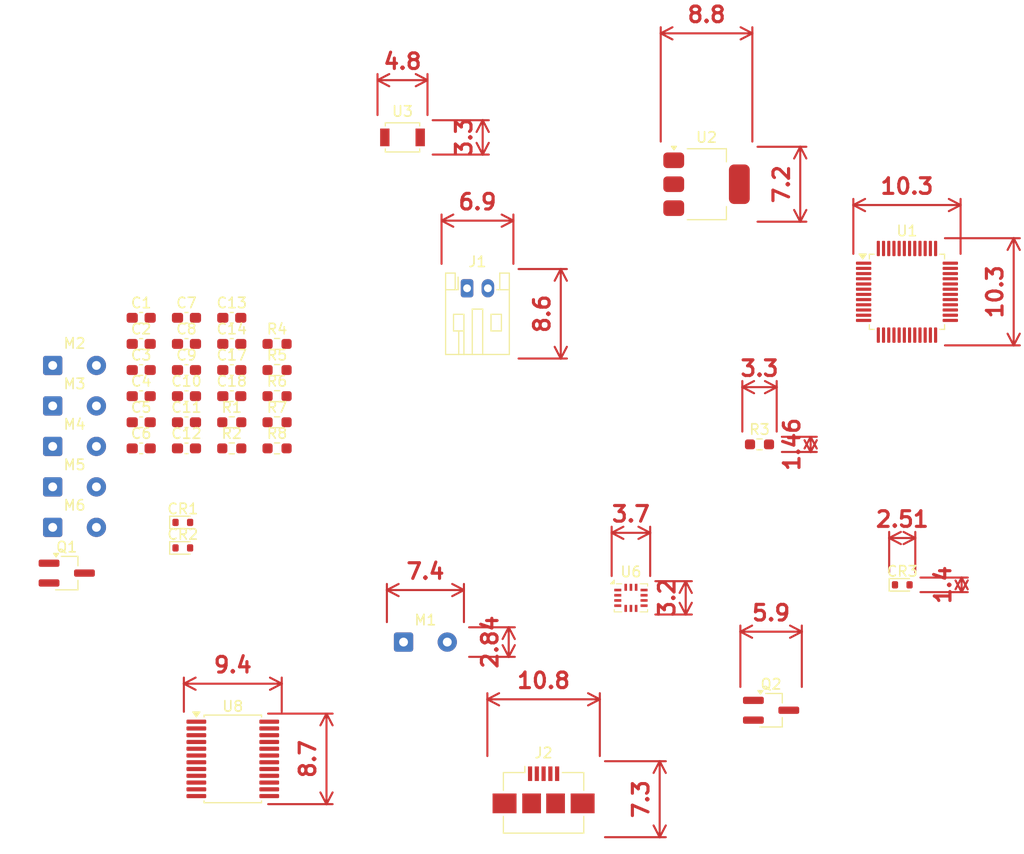
<source format=kicad_pcb>
(kicad_pcb (version 20241229) (generator "pcbnew") (generator_version "9.0")
  (layers (0 "F.Cu" signal) (2 "B.Cu" signal) (13 "F.Paste" user) (15 "B.Paste" user) (5 "F.SilkS" user "F.Silkscreen") (7 "B.SilkS" user "B.Silkscreen") (1 "F.Mask" user) (3 "B.Mask" user) (25 "Edge.Cuts" user))
  (net 0 "")
  (net 1 "Net-(M1-+)")
  (net 2 "Net-(M1--)")
  (net 3 "GND")
  (net 4 "+3.3V")
  (net 5 "Net-(M2--)")
  (net 6 "Net-(U1-~{RESET})")
  (net 7 "Net-(J2-VBUS)")
  (net 9 "Net-(J2-D-)")
  (net 10 "Net-(J2-D+)")
  (net 11 "Net-(Q1-G)")
  (net 12 "Net-(Q2-G)")
  (net 13 "Net-(U1-PA13)")
  (net 14 "Net-(U1-PA22)")
  (net 15 "Net-(U1-PA23)")
  (net 16 "Net-(U1-PA25)")
  (net 17 "Net-(U1-PA24)")
  (net 18 "Net-(U1-PA11)")
  (net 20 "Net-(U1-PA12)")
  (net 24 "Net-(U1-PA15)")
  (net 44 "Net-(U1-PA16)")
  (net 46 "Net-(U1-PA10)")
  (net 47 "Net-(U1-PA14)")
  (net 49 "Net-(M3-+)")
  (net 50 "Net-(M4-+)")
  (net 51 "Net-(M3--)")
  (net 52 "Net-(M4--)")
  (footprint "Resistor_SMD:R_0603_1608Metric_Pad0.98x0.95mm_HandSolder" (layer "F.Cu") (at 159.9025 69.875)
    (property "Reference" "R1" (at 0 -1.43 0) (layer "F.SilkS"))
    (property "Value" "10K")
    (fp_line (start -0.254724 -0.5225) (end 0.254724 -0.5225) (stroke (width 0.12)) (layer "F.SilkS"))
    (fp_line (start -0.254724 0.5225) (end 0.254724 0.5225) (stroke (width 0.12)) (layer "F.SilkS"))
    (pad "1" smd roundrect (at -0.9125 0) (size 0.975 0.95) (layers "F.Cu" "F.Mask" "F.Paste") (net 11 "Net-(Q1-G)"))
    (pad "2" smd roundrect (at 0.9125 0) (size 0.975 0.95) (layers "F.Cu" "F.Mask" "F.Paste") (net 3 "GND"))
  )
  (footprint "Package_TO_SOT_SMD:SOT-23W_Handsoldering" (layer "F.Cu") (at 144.0525 84.37)
    (property "Reference" "Q1" (at 0 -2.5 0) (layer "F.SilkS"))
    (property "Value" "IRLML2502TRPbF")
    (fp_line (start -1.075 1.61) (end 1.075 1.61) (stroke (width 0.12)) (layer "F.SilkS"))
    (fp_line (start -0.525 -1.61) (end 1.075 -1.61) (stroke (width 0.12)) (layer "F.SilkS"))
    (fp_line (start 1.075 -1.6) (end 1.075 -0.7) (stroke (width 0.12)) (layer "F.SilkS"))
    (fp_line (start 1.075 0.7) (end 1.075 1.61) (stroke (width 0.12)) (layer "F.SilkS"))
    (fp_poly (pts (xy -1.025 -1.56) (xy -1.265 -1.89) (xy -0.785 -1.89) (xy -1.025 -1.56)) (stroke (width 0.12)) (fill yes) (layer "F.SilkS"))
    (pad "1" smd roundrect (at -1.7 -0.95) (size 2 0.7) (layers "F.Cu" "F.Mask" "F.Paste") (net 2 "Net-(M1--)"))
    (pad "2" smd roundrect (at -1.7 0.95) (size 2 0.7) (layers "F.Cu" "F.Mask" "F.Paste") (net 11 "Net-(Q1-G)"))
    (pad "3" smd roundrect (at 1.7 0) (size 2 0.7) (layers "F.Cu" "F.Mask" "F.Paste") (net 3 "GND"))
  )
  (footprint "Diode_SMD:D_SOD-523" (layer "F.Cu") (at 155.2 81.95)
    (property "Reference" "CR2" (at 0 -1.3 0) (layer "F.SilkS"))
    (property "Value" "PMEG2010AEB")
    (fp_line (start -1.26 -0.6) (end -1.26 0.6) (stroke (width 0.12)) (layer "F.SilkS"))
    (fp_line (start 0.7 -0.6) (end -1.26 -0.6) (stroke (width 0.12)) (layer "F.SilkS"))
    (fp_line (start 0.7 0.6) (end -1.26 0.6) (stroke (width 0.12)) (layer "F.SilkS"))
    (pad "1" smd roundrect (at -0.7 0 180) (size 0.6 0.7) (layers "F.Cu" "F.Mask" "F.Paste") (net 1 "Net-(M1-+)"))
    (pad "2" smd roundrect (at 0.7 0 180) (size 0.6 0.7) (layers "F.Cu" "F.Mask" "F.Paste") (net 7 "Net-(J2-VBUS)"))
  )
  (footprint "Resistor_SMD:R_0603_1608Metric_Pad0.98x0.95mm_HandSolder" (layer "F.Cu") (at 164.2525 72.385)
    (property "Reference" "R8" (at 0 -1.43 0) (layer "F.SilkS"))
    (property "Value" "22")
    (fp_line (start -0.254724 -0.5225) (end 0.254724 -0.5225) (stroke (width 0.12)) (layer "F.SilkS"))
    (fp_line (start -0.254724 0.5225) (end 0.254724 0.5225) (stroke (width 0.12)) (layer "F.SilkS"))
    (pad "1" smd roundrect (at -0.9125 0) (size 0.975 0.95) (layers "F.Cu" "F.Mask" "F.Paste") (net 9 "Net-(J2-D-)"))
    (pad "2" smd roundrect (at 0.9125 0) (size 0.975 0.95) (layers "F.Cu" "F.Mask" "F.Paste") (net 17 "Net-(U1-PA24)"))
  )
  (footprint "Resistor_SMD:R_0603_1608Metric_Pad0.98x0.95mm_HandSolder" (layer "F.Cu") (at 164.2525 69.875)
    (property "Reference" "R7" (at 0 -1.43 0) (layer "F.SilkS"))
    (property "Value" "22")
    (fp_line (start -0.254724 -0.5225) (end 0.254724 -0.5225) (stroke (width 0.12)) (layer "F.SilkS"))
    (fp_line (start -0.254724 0.5225) (end 0.254724 0.5225) (stroke (width 0.12)) (layer "F.SilkS"))
    (pad "1" smd roundrect (at -0.9125 0) (size 0.975 0.95) (layers "F.Cu" "F.Mask" "F.Paste") (net 10 "Net-(J2-D+)"))
    (pad "2" smd roundrect (at 0.9125 0) (size 0.975 0.95) (layers "F.Cu" "F.Mask" "F.Paste") (net 16 "Net-(U1-PA25)"))
  )
  (footprint "Connector_Wire:SolderWire-0.25sqmm_1x02_P4.2mm_D0.65mm_OD1.7mm" (layer "F.Cu") (at 142.7025 68.305)
    (property "Reference" "M3" (at 2.1 -2.12 0) (layer "F.SilkS"))
    (property "Value" "Motor_DC")
    (pad "1" thru_hole roundrect (at 0 0) (size 1.85 1.85) (drill 0.85) (layers "*.Cu" "*.Mask") (roundrect_rratio 0.135135) (net 49 "Net-(M3-+)"))
    (pad "2" thru_hole circle (at 4.2 0) (size 1.85 1.85) (drill 0.85) (layers "*.Cu" "*.Mask") (net 51 "Net-(M3--)"))
  )
  (footprint "Package_SO:SSOP-24_5.3x8.2mm_P0.65mm" (layer "F.Cu") (at 160 102.225)
    (property "Reference" "U8" (at 0 -5.05 0) (layer "F.SilkS"))
    (property "Value" "TB6612FNG_C_8_EL")
    (fp_line (start -2.76 -4.21) (end 2.76 -4.21) (stroke (width 0.12)) (layer "F.SilkS"))
    (fp_line (start -2.76 -4.035) (end -2.76 -4.21) (stroke (width 0.12)) (layer "F.SilkS"))
    (fp_line (start -2.76 4.21) (end -2.76 4.035) (stroke (width 0.12)) (layer "F.SilkS"))
    (fp_line (start 2.76 -4.21) (end 2.76 -4.035) (stroke (width 0.12)) (layer "F.SilkS"))
    (fp_line (start 2.76 4.035) (end 2.76 4.21) (stroke (width 0.12)) (layer "F.SilkS"))
    (fp_line (start 2.76 4.21) (end -2.76 4.21) (stroke (width 0.12)) (layer "F.SilkS"))
    (fp_poly (pts (xy -3.5 -4.04) (xy -3.84 -4.51) (xy -3.16 -4.51)) (stroke (width 0.12)) (fill yes) (layer "F.SilkS"))
    (pad "1" smd roundrect (at -3.5 -3.575) (size 1.9 0.4) (layers "F.Cu" "F.Mask" "F.Paste") (net 49 "Net-(M3-+)"))
    (pad "2" smd roundrect (at -3.5 -2.925) (size 1.9 0.4) (layers "F.Cu" "F.Mask" "F.Paste") (net 49 "Net-(M3-+)"))
    (pad "3" smd roundrect (at -3.5 -2.275) (size 1.9 0.4) (layers "F.Cu" "F.Mask" "F.Paste") (net 3 "GND"))
    (pad "4" smd roundrect (at -3.5 -1.625) (size 1.9 0.4) (layers "F.Cu" "F.Mask" "F.Paste") (net 3 "GND"))
    (pad "5" smd roundrect (at -3.5 -0.975) (size 1.9 0.4) (layers "F.Cu" "F.Mask" "F.Paste") (net 51 "Net-(M3--)"))
    (pad "6" smd roundrect (at -3.5 -0.325) (size 1.9 0.4) (layers "F.Cu" "F.Mask" "F.Paste") (net 51 "Net-(M3--)"))
    (pad "7" smd roundrect (at -3.5 0.325) (size 1.9 0.4) (layers "F.Cu" "F.Mask" "F.Paste") (net 50 "Net-(M4-+)"))
    (pad "8" smd roundrect (at -3.5 0.975) (size 1.9 0.4) (layers "F.Cu" "F.Mask" "F.Paste") (net 50 "Net-(M4-+)"))
    (pad "9" smd roundrect (at -3.5 1.625) (size 1.9 0.4) (layers "F.Cu" "F.Mask" "F.Paste") (net 3 "GND"))
    (pad "10" smd roundrect (at -3.5 2.275) (size 1.9 0.4) (layers "F.Cu" "F.Mask" "F.Paste") (net 3 "GND"))
    (pad "11" smd roundrect (at -3.5 2.925) (size 1.9 0.4) (layers "F.Cu" "F.Mask" "F.Paste") (net 52 "Net-(M4--)"))
    (pad "12" smd roundrect (at -3.5 3.575) (size 1.9 0.4) (layers "F.Cu" "F.Mask" "F.Paste") (net 52 "Net-(M4--)"))
    (pad "13" smd roundrect (at 3.5 3.575) (size 1.9 0.4) (layers "F.Cu" "F.Mask" "F.Paste") (net 1 "Net-(M1-+)"))
    (pad "14" smd roundrect (at 3.5 2.925) (size 1.9 0.4) (layers "F.Cu" "F.Mask" "F.Paste") (net 1 "Net-(M1-+)"))
    (pad "15" smd roundrect (at 3.5 2.275) (size 1.9 0.4) (layers "F.Cu" "F.Mask" "F.Paste") (net 44 "Net-(U1-PA16)"))
    (pad "16" smd roundrect (at 3.5 1.625) (size 1.9 0.4) (layers "F.Cu" "F.Mask" "F.Paste") (net 24 "Net-(U1-PA15)"))
    (pad "17" smd roundrect (at 3.5 0.975) (size 1.9 0.4) (layers "F.Cu" "F.Mask" "F.Paste") (net 47 "Net-(U1-PA14)"))
    (pad "18" smd roundrect (at 3.5 0.325) (size 1.9 0.4) (layers "F.Cu" "F.Mask" "F.Paste") (net 3 "GND"))
    (pad "19" smd roundrect (at 3.5 -0.325) (size 1.9 0.4) (layers "F.Cu" "F.Mask" "F.Paste") (net 13 "Net-(U1-PA13)"))
    (pad "20" smd roundrect (at 3.5 -0.975) (size 1.9 0.4) (layers "F.Cu" "F.Mask" "F.Paste") (net 4 "+3.3V"))
    (pad "21" smd roundrect (at 3.5 -1.625) (size 1.9 0.4) (layers "F.Cu" "F.Mask" "F.Paste") (net 20 "Net-(U1-PA12)"))
    (pad "22" smd roundrect (at 3.5 -2.275) (size 1.9 0.4) (layers "F.Cu" "F.Mask" "F.Paste") (net 18 "Net-(U1-PA11)"))
    (pad "23" smd roundrect (at 3.5 -2.925) (size 1.9 0.4) (layers "F.Cu" "F.Mask" "F.Paste") (net 46 "Net-(U1-PA10)"))
    (pad "24" smd roundrect (at 3.5 -3.575) (size 1.9 0.4) (layers "F.Cu" "F.Mask" "F.Paste") (net 1 "Net-(M1-+)"))
  )
  (footprint "Capacitor_SMD:C_0603_1608Metric_Pad1.08x0.95mm_HandSolder" (layer "F.Cu") (at 151.2025 59.835)
    (property "Reference" "C1" (at 0 -1.43 0) (layer "F.SilkS"))
    (property "Value" "0.1 uF")
    (fp_line (start -0.146267 -0.51) (end 0.146267 -0.51) (stroke (width 0.12)) (layer "F.SilkS"))
    (fp_line (start -0.146267 0.51) (end 0.146267 0.51) (stroke (width 0.12)) (layer "F.SilkS"))
    (pad "1" smd roundrect (at -0.8625 0) (size 1.075 0.95) (layers "F.Cu" "F.Mask" "F.Paste") (net 2 "Net-(M1--)"))
    (pad "2" smd roundrect (at 0.8625 0) (size 1.075 0.95) (layers "F.Cu" "F.Mask" "F.Paste") (net 1 "Net-(M1-+)"))
  )
  (footprint "Capacitor_SMD:C_0603_1608Metric_Pad1.08x0.95mm_HandSolder" (layer "F.Cu") (at 155.5525 67.365)
    (property "Reference" "C10" (at 0 -1.43 0) (layer "F.SilkS"))
    (property "Value" "0.1 uF")
    (fp_line (start -0.146267 -0.51) (end 0.146267 -0.51) (stroke (width 0.12)) (layer "F.SilkS"))
    (fp_line (start -0.146267 0.51) (end 0.146267 0.51) (stroke (width 0.12)) (layer "F.SilkS"))
    (pad "1" smd roundrect (at -0.8625 0) (size 1.075 0.95) (layers "F.Cu" "F.Mask" "F.Paste") (net 4 "+3.3V"))
    (pad "2" smd roundrect (at 0.8625 0) (size 1.075 0.95) (layers "F.Cu" "F.Mask" "F.Paste") (net 3 "GND"))
  )
  (footprint "Resistor_SMD:R_0603_1608Metric_Pad0.98x0.95mm_HandSolder" (layer "F.Cu") (at 164.2525 67.365)
    (property "Reference" "R6" (at 0 -1.43 0) (layer "F.SilkS"))
    (property "Value" "4.7K")
    (fp_line (start -0.254724 -0.5225) (end 0.254724 -0.5225) (stroke (width 0.12)) (layer "F.SilkS"))
    (fp_line (start -0.254724 0.5225) (end 0.254724 0.5225) (stroke (width 0.12)) (layer "F.SilkS"))
    (pad "1" smd roundrect (at -0.9125 0) (size 0.975 0.95) (layers "F.Cu" "F.Mask" "F.Paste") (net 15 "Net-(U1-PA23)"))
    (pad "2" smd roundrect (at 0.9125 0) (size 0.975 0.95) (layers "F.Cu" "F.Mask" "F.Paste") (net 4 "+3.3V"))
  )
  (footprint "Capacitor_SMD:C_0603_1608Metric_Pad1.08x0.95mm_HandSolder" (layer "F.Cu") (at 159.9025 59.835)
    (property "Reference" "C13" (at 0 -1.43 0) (layer "F.SilkS"))
    (property "Value" "0.1 uF")
    (fp_line (start -0.146267 -0.51) (end 0.146267 -0.51) (stroke (width 0.12)) (layer "F.SilkS"))
    (fp_line (start -0.146267 0.51) (end 0.146267 0.51) (stroke (width 0.12)) (layer "F.SilkS"))
    (pad "1" smd roundrect (at -0.8625 0) (size 1.075 0.95) (layers "F.Cu" "F.Mask" "F.Paste") (net 6 "Net-(U1-~{RESET})"))
    (pad "2" smd roundrect (at 0.8625 0) (size 1.075 0.95) (layers "F.Cu" "F.Mask" "F.Paste") (net 3 "GND"))
  )
  (footprint "Connector_Wire:SolderWire-0.25sqmm_1x02_P4.2mm_D0.65mm_OD1.7mm" (layer "F.Cu") (at 142.7025 79.975)
    (property "Reference" "M6" (at 2.1 -2.12 0) (layer "F.SilkS"))
    (property "Value" "Motor_DC")
    (pad "1" thru_hole roundrect (at 0 0) (size 1.85 1.85) (drill 0.85) (layers "*.Cu" "*.Mask") (roundrect_rratio 0.135135) (net 50 "Net-(M4-+)"))
    (pad "2" thru_hole circle (at 4.2 0) (size 1.85 1.85) (drill 0.85) (layers "*.Cu" "*.Mask") (net 52 "Net-(M4--)"))
  )
  (footprint "Capacitor_SMD:C_0603_1608Metric_Pad1.08x0.95mm_HandSolder" (layer "F.Cu") (at 151.2025 62.345)
    (property "Reference" "C2" (at 0 -1.43 0) (layer "F.SilkS"))
    (property "Value" "1 uF")
    (fp_line (start -0.146267 -0.51) (end 0.146267 -0.51) (stroke (width 0.12)) (layer "F.SilkS"))
    (fp_line (start -0.146267 0.51) (end 0.146267 0.51) (stroke (width 0.12)) (layer "F.SilkS"))
    (pad "1" smd roundrect (at -0.8625 0) (size 1.075 0.95) (layers "F.Cu" "F.Mask" "F.Paste") (net 4 "+3.3V"))
    (pad "2" smd roundrect (at 0.8625 0) (size 1.075 0.95) (layers "F.Cu" "F.Mask" "F.Paste") (net 3 "GND"))
  )
  (footprint "Diode_SMD:D_SOD-523" (layer "F.Cu") (at 155.2 79.5)
    (property "Reference" "CR1" (at 0 -1.3 0) (layer "F.SilkS"))
    (property "Value" "PMEG2010AEB")
    (fp_line (start -1.26 -0.6) (end -1.26 0.6) (stroke (width 0.12)) (layer "F.SilkS"))
    (fp_line (start 0.7 -0.6) (end -1.26 -0.6) (stroke (width 0.12)) (layer "F.SilkS"))
    (fp_line (start 0.7 0.6) (end -1.26 0.6) (stroke (width 0.12)) (layer "F.SilkS"))
    (pad "1" smd roundrect (at -0.7 0 180) (size 0.6 0.7) (layers "F.Cu" "F.Mask" "F.Paste") (net 2 "Net-(M1--)"))
    (pad "2" smd roundrect (at 0.7 0 180) (size 0.6 0.7) (layers "F.Cu" "F.Mask" "F.Paste") (net 1 "Net-(M1-+)"))
  )
  (footprint "Capacitor_SMD:C_0603_1608Metric_Pad1.08x0.95mm_HandSolder" (layer "F.Cu") (at 151.2025 64.855)
    (property "Reference" "C3" (at 0 -1.43 0) (layer "F.SilkS"))
    (property "Value" "1 uF")
    (fp_line (start -0.146267 -0.51) (end 0.146267 -0.51) (stroke (width 0.12)) (layer "F.SilkS"))
    (fp_line (start -0.146267 0.51) (end 0.146267 0.51) (stroke (width 0.12)) (layer "F.SilkS"))
    (pad "1" smd roundrect (at -0.8625 0) (size 1.075 0.95) (layers "F.Cu" "F.Mask" "F.Paste") (net 4 "+3.3V"))
    (pad "2" smd roundrect (at 0.8625 0) (size 1.075 0.95) (layers "F.Cu" "F.Mask" "F.Paste") (net 3 "GND"))
  )
  (footprint "Connector_Wire:SolderWire-0.25sqmm_1x02_P4.2mm_D0.65mm_OD1.7mm" (layer "F.Cu") (at 142.7025 64.415)
    (property "Reference" "M2" (at 2.1 -2.12 0) (layer "F.SilkS"))
    (property "Value" "Motor_DC")
    (pad "1" thru_hole roundrect (at 0 0) (size 1.85 1.85) (drill 0.85) (layers "*.Cu" "*.Mask") (roundrect_rratio 0.135135) (net 1 "Net-(M1-+)"))
    (pad "2" thru_hole circle (at 4.2 0) (size 1.85 1.85) (drill 0.85) (layers "*.Cu" "*.Mask") (net 5 "Net-(M2--)"))
  )
  (footprint "Package_TO_SOT_SMD:SOT-23W_Handsoldering" (layer "F.Cu") (at 211.7 97.55)
    (property "Reference" "Q2" (at 0 -2.5 0) (layer "F.SilkS"))
    (property "Value" "IRLML2502TRPbF")
    (fp_line (start -1.075 1.61) (end 1.075 1.61) (stroke (width 0.12)) (layer "F.SilkS"))
    (fp_line (start -0.525 -1.61) (end 1.075 -1.61) (stroke (width 0.12)) (layer "F.SilkS"))
    (fp_line (start 1.075 -1.6) (end 1.075 -0.7) (stroke (width 0.12)) (layer "F.SilkS"))
    (fp_line (start 1.075 0.7) (end 1.075 1.61) (stroke (width 0.12)) (layer "F.SilkS"))
    (fp_poly (pts (xy -1.025 -1.56) (xy -1.265 -1.89) (xy -0.785 -1.89) (xy -1.025 -1.56)) (stroke (width 0.12)) (fill yes) (layer "F.SilkS"))
    (pad "1" smd roundrect (at -1.7 -0.95) (size 2 0.7) (layers "F.Cu" "F.Mask" "F.Paste") (net 5 "Net-(M2--)"))
    (pad "2" smd roundrect (at -1.7 0.95) (size 2 0.7) (layers "F.Cu" "F.Mask" "F.Paste") (net 12 "Net-(Q2-G)"))
    (pad "3" smd roundrect (at 1.7 0) (size 2 0.7) (layers "F.Cu" "F.Mask" "F.Paste") (net 3 "GND"))
  )
  (footprint "Capacitor_SMD:C_0603_1608Metric_Pad1.08x0.95mm_HandSolder" (layer "F.Cu") (at 151.2025 67.365)
    (property "Reference" "C4" (at 0 -1.43 0) (layer "F.SilkS"))
    (property "Value" "0.1 uF")
    (fp_line (start -0.146267 -0.51) (end 0.146267 -0.51) (stroke (width 0.12)) (layer "F.SilkS"))
    (fp_line (start -0.146267 0.51) (end 0.146267 0.51) (stroke (width 0.12)) (layer "F.SilkS"))
    (pad "1" smd roundrect (at -0.8625 0) (size 1.075 0.95) (layers "F.Cu" "F.Mask" "F.Paste") (net 4 "+3.3V"))
    (pad "2" smd roundrect (at 0.8625 0) (size 1.075 0.95) (layers "F.Cu" "F.Mask" "F.Paste") (net 3 "GND"))
  )
  (footprint "Button_Switch_SMD:SW_SPST_B3U-1000P" (layer "F.Cu") (at 176.3 42.5)
    (property "Reference" "U3" (at 0 -2.5 0) (layer "F.SilkS"))
    (property "Value" "B3U-1000P")
    (fp_line (start -1.65 -1.4) (end 1.65 -1.4) (stroke (width 0.12)) (layer "F.SilkS"))
    (fp_line (start -1.65 -1.1) (end -1.65 -1.4) (stroke (width 0.12)) (layer "F.SilkS"))
    (fp_line (start -1.65 1.1) (end -1.65 1.4) (stroke (width 0.12)) (layer "F.SilkS"))
    (fp_line (start -1.65 1.4) (end 1.65 1.4) (stroke (width 0.12)) (layer "F.SilkS"))
    (fp_line (start 1.65 -1.4) (end 1.65 -1.1) (stroke (width 0.12)) (layer "F.SilkS"))
    (fp_line (start 1.65 1.4) (end 1.65 1.1) (stroke (width 0.12)) (layer "F.SilkS"))
    (pad "1" smd rect (at -1.7 0) (size 0.9 1.7) (layers "F.Cu" "F.Mask" "F.Paste") (net 6 "Net-(U1-~{RESET})"))
    (pad "2" smd rect (at 1.7 0) (size 0.9 1.7) (layers "F.Cu" "F.Mask" "F.Paste") (net 3 "GND"))
  )
  (footprint "Package_QFP:TQFP-48_7x7mm_P0.5mm" (layer "F.Cu") (at 224.75 57.3375)
    (property "Reference" "U1" (at 0 -5.85 0) (layer "F.SilkS"))
    (property "Value" "ATSAMD21G18A-A")
    (fp_line (start -3.61 -3.61) (end -3.16 -3.61) (stroke (width 0.12)) (layer "F.SilkS"))
    (fp_line (start -3.61 -3.16) (end -3.61 -3.61) (stroke (width 0.12)) (layer "F.SilkS"))
    (fp_line (start -3.61 3.61) (end -3.61 3.16) (stroke (width 0.12)) (layer "F.SilkS"))
    (fp_line (start -3.16 3.61) (end -3.61 3.61) (stroke (width 0.12)) (layer "F.SilkS"))
    (fp_line (start 3.16 -3.61) (end 3.61 -3.61) (stroke (width 0.12)) (layer "F.SilkS"))
    (fp_line (start 3.61 -3.61) (end 3.61 -3.16) (stroke (width 0.12)) (layer "F.SilkS"))
    (fp_line (start 3.61 3.16) (end 3.61 3.61) (stroke (width 0.12)) (layer "F.SilkS"))
    (fp_line (start 3.61 3.61) (end 3.16 3.61) (stroke (width 0.12)) (layer "F.SilkS"))
    (fp_poly (pts (xy -4.25 -3.16) (xy -4.59 -3.63) (xy -3.91 -3.63)) (stroke (width 0.12)) (fill yes) (layer "F.SilkS"))
    (pad "1" smd roundrect (at -4.1625 -2.75) (size 1.475 0.3) (layers "F.Cu" "F.Mask" "F.Paste"))
    (pad "2" smd roundrect (at -4.1625 -2.25) (size 1.475 0.3) (layers "F.Cu" "F.Mask" "F.Paste"))
    (pad "3" smd roundrect (at -4.1625 -1.75) (size 1.475 0.3) (layers "F.Cu" "F.Mask" "F.Paste"))
    (pad "4" smd roundrect (at -4.1625 -1.25) (size 1.475 0.3) (layers "F.Cu" "F.Mask" "F.Paste"))
    (pad "5" smd roundrect (at -4.1625 -0.75) (size 1.475 0.3) (layers "F.Cu" "F.Mask" "F.Paste") (net 3 "GND"))
    (pad "6" smd roundrect (at -4.1625 -0.25) (size 1.475 0.3) (layers "F.Cu" "F.Mask" "F.Paste") (net 4 "+3.3V"))
    (pad "7" smd roundrect (at -4.1625 0.25) (size 1.475 0.3) (layers "F.Cu" "F.Mask" "F.Paste"))
    (pad "8" smd roundrect (at -4.1625 0.75) (size 1.475 0.3) (layers "F.Cu" "F.Mask" "F.Paste"))
    (pad "9" smd roundrect (at -4.1625 1.25) (size 1.475 0.3) (layers "F.Cu" "F.Mask" "F.Paste"))
    (pad "10" smd roundrect (at -4.1625 1.75) (size 1.475 0.3) (layers "F.Cu" "F.Mask" "F.Paste"))
    (pad "11" smd roundrect (at -4.1625 2.25) (size 1.475 0.3) (layers "F.Cu" "F.Mask" "F.Paste"))
    (pad "12" smd roundrect (at -4.1625 2.75) (size 1.475 0.3) (layers "F.Cu" "F.Mask" "F.Paste"))
    (pad "13" smd roundrect (at -2.75 4.1625) (size 0.3 1.475) (layers "F.Cu" "F.Mask" "F.Paste"))
    (pad "14" smd roundrect (at -2.25 4.1625) (size 0.3 1.475) (layers "F.Cu" "F.Mask" "F.Paste"))
    (pad "15" smd roundrect (at -1.75 4.1625) (size 0.3 1.475) (layers "F.Cu" "F.Mask" "F.Paste") (net 46 "Net-(U1-PA10)"))
    (pad "16" smd roundrect (at -1.25 4.1625) (size 0.3 1.475) (layers "F.Cu" "F.Mask" "F.Paste") (net 18 "Net-(U1-PA11)"))
    (pad "17" smd roundrect (at -0.75 4.1625) (size 0.3 1.475) (layers "F.Cu" "F.Mask" "F.Paste") (net 4 "+3.3V"))
    (pad "18" smd roundrect (at -0.25 4.1625) (size 0.3 1.475) (layers "F.Cu" "F.Mask" "F.Paste") (net 3 "GND"))
    (pad "19" smd roundrect (at 0.25 4.1625) (size 0.3 1.475) (layers "F.Cu" "F.Mask" "F.Paste"))
    (pad "20" smd roundrect (at 0.75 4.1625) (size 0.3 1.475) (layers "F.Cu" "F.Mask" "F.Paste"))
    (pad "21" smd roundrect (at 1.25 4.1625) (size 0.3 1.475) (layers "F.Cu" "F.Mask" "F.Paste") (net 20 "Net-(U1-PA12)"))
    (pad "22" smd roundrect (at 1.75 4.1625) (size 0.3 1.475) (layers "F.Cu" "F.Mask" "F.Paste") (net 13 "Net-(U1-PA13)"))
    (pad "23" smd roundrect (at 2.25 4.1625) (size 0.3 1.475) (layers "F.Cu" "F.Mask" "F.Paste") (net 47 "Net-(U1-PA14)"))
    (pad "24" smd roundrect (at 2.75 4.1625) (size 0.3 1.475) (layers "F.Cu" "F.Mask" "F.Paste") (net 24 "Net-(U1-PA15)"))
    (pad "25" smd roundrect (at 4.1625 2.75) (size 1.475 0.3) (layers "F.Cu" "F.Mask" "F.Paste") (net 44 "Net-(U1-PA16)"))
    (pad "26" smd roundrect (at 4.1625 2.25) (size 1.475 0.3) (layers "F.Cu" "F.Mask" "F.Paste"))
    (pad "27" smd roundrect (at 4.1625 1.75) (size 1.475 0.3) (layers "F.Cu" "F.Mask" "F.Paste"))
    (pad "28" smd roundrect (at 4.1625 1.25) (size 1.475 0.3) (layers "F.Cu" "F.Mask" "F.Paste"))
    (pad "29" smd roundrect (at 4.1625 0.75) (size 1.475 0.3) (layers "F.Cu" "F.Mask" "F.Paste"))
    (pad "30" smd roundrect (at 4.1625 0.25) (size 1.475 0.3) (layers "F.Cu" "F.Mask" "F.Paste"))
    (pad "31" smd roundrect (at 4.1625 -0.25) (size 1.475 0.3) (layers "F.Cu" "F.Mask" "F.Paste") (net 14 "Net-(U1-PA22)"))
    (pad "32" smd roundrect (at 4.1625 -0.75) (size 1.475 0.3) (layers "F.Cu" "F.Mask" "F.Paste") (net 15 "Net-(U1-PA23)"))
    (pad "33" smd roundrect (at 4.1625 -1.25) (size 1.475 0.3) (layers "F.Cu" "F.Mask" "F.Paste") (net 17 "Net-(U1-PA24)"))
    (pad "34" smd roundrect (at 4.1625 -1.75) (size 1.475 0.3) (layers "F.Cu" "F.Mask" "F.Paste") (net 16 "Net-(U1-PA25)"))
    (pad "35" smd roundrect (at 4.1625 -2.25) (size 1.475 0.3) (layers "F.Cu" "F.Mask" "F.Paste") (net 3 "GND"))
    (pad "36" smd roundrect (at 4.1625 -2.75) (size 1.475 0.3) (layers "F.Cu" "F.Mask" "F.Paste") (net 4 "+3.3V"))
    (pad "37" smd roundrect (at 2.75 -4.1625) (size 0.3 1.475) (layers "F.Cu" "F.Mask" "F.Paste"))
    (pad "38" smd roundrect (at 2.25 -4.1625) (size 0.3 1.475) (layers "F.Cu" "F.Mask" "F.Paste"))
    (pad "39" smd roundrect (at 1.75 -4.1625) (size 0.3 1.475) (layers "F.Cu" "F.Mask" "F.Paste"))
    (pad "40" smd roundrect (at 1.25 -4.1625) (size 0.3 1.475) (layers "F.Cu" "F.Mask" "F.Paste") (net 6 "Net-(U1-~{RESET})"))
    (pad "41" smd roundrect (at 0.75 -4.1625) (size 0.3 1.475) (layers "F.Cu" "F.Mask" "F.Paste"))
    (pad "42" smd roundrect (at 0.25 -4.1625) (size 0.3 1.475) (layers "F.Cu" "F.Mask" "F.Paste") (net 3 "GND"))
    (pad "43" smd roundrect (at -0.25 -4.1625) (size 0.3 1.475) (layers "F.Cu" "F.Mask" "F.Paste") (net 4 "+3.3V"))
    (pad "44" smd roundrect (at -0.75 -4.1625) (size 0.3 1.475) (layers "F.Cu" "F.Mask" "F.Paste") (net 4 "+3.3V"))
    (pad "45" smd roundrect (at -1.25 -4.1625) (size 0.3 1.475) (layers "F.Cu" "F.Mask" "F.Paste"))
    (pad "46" smd roundrect (at -1.75 -4.1625) (size 0.3 1.475) (layers "F.Cu" "F.Mask" "F.Paste"))
    (pad "47" smd roundrect (at -2.25 -4.1625) (size 0.3 1.475) (layers "F.Cu" "F.Mask" "F.Paste") (net 11 "Net-(Q1-G)"))
    (pad "48" smd roundrect (at -2.75 -4.1625) (size 0.3 1.475) (layers "F.Cu" "F.Mask" "F.Paste") (net 12 "Net-(Q2-G)"))
  )
  (footprint "Connector_Wire:SolderWire-0.25sqmm_1x02_P4.2mm_D0.65mm_OD1.7mm" (layer "F.Cu") (at 142.7025 72.195)
    (property "Reference" "M4" (at 2.1 -2.12 0) (layer "F.SilkS"))
    (property "Value" "Motor_DC")
    (pad "1" thru_hole roundrect (at 0 0) (size 1.85 1.85) (drill 0.85) (layers "*.Cu" "*.Mask") (roundrect_rratio 0.135135) (net 50 "Net-(M4-+)"))
    (pad "2" thru_hole circle (at 4.2 0) (size 1.85 1.85) (drill 0.85) (layers "*.Cu" "*.Mask") (net 52 "Net-(M4--)"))
  )
  (footprint "Resistor_SMD:R_0603_1608Metric_Pad0.98x0.95mm_HandSolder" (layer "F.Cu") (at 159.9025 72.385)
    (property "Reference" "R2" (at 0 -1.43 0) (layer "F.SilkS"))
    (property "Value" "10K")
    (fp_line (start -0.254724 -0.5225) (end 0.254724 -0.5225) (stroke (width 0.12)) (layer "F.SilkS"))
    (fp_line (start -0.254724 0.5225) (end 0.254724 0.5225) (stroke (width 0.12)) (layer "F.SilkS"))
    (pad "1" smd roundrect (at -0.9125 0) (size 0.975 0.95) (layers "F.Cu" "F.Mask" "F.Paste") (net 12 "Net-(Q2-G)"))
    (pad "2" smd roundrect (at 0.9125 0) (size 0.975 0.95) (layers "F.Cu" "F.Mask" "F.Paste") (net 3 "GND"))
  )
  (footprint "Capacitor_SMD:C_0603_1608Metric_Pad1.08x0.95mm_HandSolder" (layer "F.Cu") (at 155.5525 62.345)
    (property "Reference" "C8" (at 0 -1.43 0) (layer "F.SilkS"))
    (property "Value" "1 uF")
    (fp_line (start -0.146267 -0.51) (end 0.146267 -0.51) (stroke (width 0.12)) (layer "F.SilkS"))
    (fp_line (start -0.146267 0.51) (end 0.146267 0.51) (stroke (width 0.12)) (layer "F.SilkS"))
    (pad "1" smd roundrect (at -0.8625 0) (size 1.075 0.95) (layers "F.Cu" "F.Mask" "F.Paste") (net 4 "+3.3V"))
    (pad "2" smd roundrect (at 0.8625 0) (size 1.075 0.95) (layers "F.Cu" "F.Mask" "F.Paste") (net 3 "GND"))
  )
  (footprint "Diode_SMD:D_SOD-523" (layer "F.Cu") (at 224.3 85.5)
    (property "Reference" "CR3" (at 0 -1.3 0) (layer "F.SilkS"))
    (property "Value" "PMEG2010AEB")
    (fp_line (start -1.26 -0.6) (end -1.26 0.6) (stroke (width 0.12)) (layer "F.SilkS"))
    (fp_line (start 0.7 -0.6) (end -1.26 -0.6) (stroke (width 0.12)) (layer "F.SilkS"))
    (fp_line (start 0.7 0.6) (end -1.26 0.6) (stroke (width 0.12)) (layer "F.SilkS"))
    (pad "1" smd roundrect (at -0.7 0 180) (size 0.6 0.7) (layers "F.Cu" "F.Mask" "F.Paste") (net 5 "Net-(M2--)"))
    (pad "2" smd roundrect (at 0.7 0 180) (size 0.6 0.7) (layers "F.Cu" "F.Mask" "F.Paste") (net 1 "Net-(M1-+)"))
  )
  (footprint "Capacitor_SMD:C_0603_1608Metric_Pad1.08x0.95mm_HandSolder" (layer "F.Cu") (at 159.9025 67.365)
    (property "Reference" "C18" (at 0 -1.43 0) (layer "F.SilkS"))
    (property "Value" "0.1 uF")
    (fp_line (start -0.146267 -0.51) (end 0.146267 -0.51) (stroke (width 0.12)) (layer "F.SilkS"))
    (fp_line (start -0.146267 0.51) (end 0.146267 0.51) (stroke (width 0.12)) (layer "F.SilkS"))
    (pad "1" smd roundrect (at -0.8625 0) (size 1.075 0.95) (layers "F.Cu" "F.Mask" "F.Paste") (net 1 "Net-(M1-+)"))
    (pad "2" smd roundrect (at 0.8625 0) (size 1.075 0.95) (layers "F.Cu" "F.Mask" "F.Paste") (net 3 "GND"))
  )
  (footprint "Capacitor_SMD:C_0603_1608Metric_Pad1.08x0.95mm_HandSolder" (layer "F.Cu") (at 159.9025 64.855)
    (property "Reference" "C17" (at 0 -1.43 0) (layer "F.SilkS"))
    (property "Value" "0.1 uF")
    (fp_line (start -0.146267 -0.51) (end 0.146267 -0.51) (stroke (width 0.12)) (layer "F.SilkS"))
    (fp_line (start -0.146267 0.51) (end 0.146267 0.51) (stroke (width 0.12)) (layer "F.SilkS"))
    (pad "1" smd roundrect (at -0.8625 0) (size 1.075 0.95) (layers "F.Cu" "F.Mask" "F.Paste") (net 4 "+3.3V"))
    (pad "2" smd roundrect (at 0.8625 0) (size 1.075 0.95) (layers "F.Cu" "F.Mask" "F.Paste") (net 3 "GND"))
  )
  (footprint "Capacitor_SMD:C_0603_1608Metric_Pad1.08x0.95mm_HandSolder" (layer "F.Cu") (at 151.2025 69.875)
    (property "Reference" "C5" (at 0 -1.43 0) (layer "F.SilkS"))
    (property "Value" "0.1 uF")
    (fp_line (start -0.146267 -0.51) (end 0.146267 -0.51) (stroke (width 0.12)) (layer "F.SilkS"))
    (fp_line (start -0.146267 0.51) (end 0.146267 0.51) (stroke (width 0.12)) (layer "F.SilkS"))
    (pad "1" smd roundrect (at -0.8625 0) (size 1.075 0.95) (layers "F.Cu" "F.Mask" "F.Paste") (net 5 "Net-(M2--)"))
    (pad "2" smd roundrect (at 0.8625 0) (size 1.075 0.95) (layers "F.Cu" "F.Mask" "F.Paste") (net 1 "Net-(M1-+)"))
  )
  (footprint "Package_LGA:Bosch_LGA-14_3x2.5mm_P0.5mm" (layer "F.Cu") (at 198.2375 86.75)
    (property "Reference" "U6" (at 0 -2.5 0) (layer "F.SilkS"))
    (property "Value" "BMI323")
    (fp_line (start -1.6 1.35) (end -1.6 1.13) (stroke (width 0.1)) (layer "F.SilkS"))
    (fp_line (start -1.6 1.35) (end -0.88 1.35) (stroke (width 0.1)) (layer "F.SilkS"))
    (fp_line (start -1.4 -1.35) (end -0.88 -1.35) (stroke (width 0.1)) (layer "F.SilkS"))
    (fp_line (start 0.88 -1.35) (end 1.6 -1.35) (stroke (width 0.1)) (layer "F.SilkS"))
    (fp_line (start 1.6 -1.35) (end 1.6 -1.13) (stroke (width 0.1)) (layer "F.SilkS"))
    (fp_line (start 1.6 1.13) (end 1.6 1.35) (stroke (width 0.1)) (layer "F.SilkS"))
    (fp_line (start 1.6 1.35) (end 0.88 1.35) (stroke (width 0.1)) (layer "F.SilkS"))
    (fp_poly (pts (xy -1.6 -1.35) (xy -1.96 -1.35) (xy -1.6 -1.71) (xy -1.6 -1.35)) (stroke (width 0.1)) (fill yes) (layer "F.SilkS"))
    (pad "1" smd rect (at -1.2625 -0.75) (size 0.675 0.25) (layers "F.Cu" "F.Mask" "F.Paste") (net 3 "GND"))
    (pad "2" smd rect (at -1.2625 -0.25) (size 0.675 0.25) (layers "F.Cu" "F.Mask" "F.Paste"))
    (pad "3" smd rect (at -1.2625 0.25) (size 0.675 0.25) (layers "F.Cu" "F.Mask" "F.Paste"))
    (pad "4" smd rect (at -1.2625 0.75) (size 0.675 0.25) (layers "F.Cu" "F.Mask" "F.Paste"))
    (pad "5" smd rect (at -0.5 1.0125) (size 0.25 0.675) (layers "F.Cu" "F.Mask" "F.Paste") (net 4 "+3.3V"))
    (pad "6" smd rect (at 0 1.0125) (size 0.25 0.675) (layers "F.Cu" "F.Mask" "F.Paste") (net 3 "GND"))
    (pad "7" smd rect (at 0.5 1.0125) (size 0.25 0.675) (layers "F.Cu" "F.Mask" "F.Paste") (net 3 "GND"))
    (pad "8" smd rect (at 1.2625 0.75) (size 0.675 0.25) (layers "F.Cu" "F.Mask" "F.Paste") (net 4 "+3.3V"))
    (pad "9" smd rect (at 1.2625 0.25) (size 0.675 0.25) (layers "F.Cu" "F.Mask" "F.Paste"))
    (pad "10" smd rect (at 1.2625 -0.25) (size 0.675 0.25) (layers "F.Cu" "F.Mask" "F.Paste"))
    (pad "11" smd rect (at 1.2625 -0.75) (size 0.675 0.25) (layers "F.Cu" "F.Mask" "F.Paste"))
    (pad "12" smd rect (at 0.5 -1.0125) (size 0.25 0.675) (layers "F.Cu" "F.Mask" "F.Paste") (net 4 "+3.3V"))
    (pad "13" smd rect (at 0 -1.0125) (size 0.25 0.675) (layers "F.Cu" "F.Mask" "F.Paste") (net 15 "Net-(U1-PA23)"))
    (pad "14" smd rect (at -0.5 -1.0125) (size 0.25 0.675) (layers "F.Cu" "F.Mask" "F.Paste") (net 14 "Net-(U1-PA22)"))
  )
  (footprint "Resistor_SMD:R_0603_1608Metric_Pad0.98x0.95mm_HandSolder" (layer "F.Cu") (at 164.2525 62.345)
    (property "Reference" "R4" (at 0 -1.43 0) (layer "F.SilkS"))
    (property "Value" "10K")
    (fp_line (start -0.254724 -0.5225) (end 0.254724 -0.5225) (stroke (width 0.12)) (layer "F.SilkS"))
    (fp_line (start -0.254724 0.5225) (end 0.254724 0.5225) (stroke (width 0.12)) (layer "F.SilkS"))
    (pad "1" smd roundrect (at -0.9125 0) (size 0.975 0.95) (layers "F.Cu" "F.Mask" "F.Paste") (net 4 "+3.3V"))
    (pad "2" smd roundrect (at 0.9125 0) (size 0.975 0.95) (layers "F.Cu" "F.Mask" "F.Paste") (net 13 "Net-(U1-PA13)"))
  )
  (footprint "Capacitor_SMD:C_0603_1608Metric_Pad1.08x0.95mm_HandSolder" (layer "F.Cu") (at 151.2025 72.385)
    (property "Reference" "C6" (at 0 -1.43 0) (layer "F.SilkS"))
    (property "Value" "10 uF")
    (fp_line (start -0.146267 -0.51) (end 0.146267 -0.51) (stroke (width 0.12)) (layer "F.SilkS"))
    (fp_line (start -0.146267 0.51) (end 0.146267 0.51) (stroke (width 0.12)) (layer "F.SilkS"))
    (pad "1" smd roundrect (at -0.8625 0) (size 1.075 0.95) (layers "F.Cu" "F.Mask" "F.Paste") (net 4 "+3.3V"))
    (pad "2" smd roundrect (at 0.8625 0) (size 1.075 0.95) (layers "F.Cu" "F.Mask" "F.Paste") (net 3 "GND"))
  )
  (footprint "Capacitor_SMD:C_0603_1608Metric_Pad1.08x0.95mm_HandSolder" (layer "F.Cu") (at 159.9025 62.345)
    (property "Reference" "C14" (at 0 -1.43 0) (layer "F.SilkS"))
    (property "Value" "0.1 uF")
    (fp_line (start -0.146267 -0.51) (end 0.146267 -0.51) (stroke (width 0.12)) (layer "F.SilkS"))
    (fp_line (start -0.146267 0.51) (end 0.146267 0.51) (stroke (width 0.12)) (layer "F.SilkS"))
    (pad "1" smd roundrect (at -0.8625 0) (size 1.075 0.95) (layers "F.Cu" "F.Mask" "F.Paste") (net 4 "+3.3V"))
    (pad "2" smd roundrect (at 0.8625 0) (size 1.075 0.95) (layers "F.Cu" "F.Mask" "F.Paste") (net 3 "GND"))
  )
  (footprint "Capacitor_SMD:C_0603_1608Metric_Pad1.08x0.95mm_HandSolder" (layer "F.Cu") (at 155.5525 64.855)
    (property "Reference" "C9" (at 0 -1.43 0) (layer "F.SilkS"))
    (property "Value" "0.1 uF")
    (fp_line (start -0.146267 -0.51) (end 0.146267 -0.51) (stroke (width 0.12)) (layer "F.SilkS"))
    (fp_line (start -0.146267 0.51) (end 0.146267 0.51) (stroke (width 0.12)) (layer "F.SilkS"))
    (pad "1" smd roundrect (at -0.8625 0) (size 1.075 0.95) (layers "F.Cu" "F.Mask" "F.Paste") (net 3 "GND"))
    (pad "2" smd roundrect (at 0.8625 0) (size 1.075 0.95) (layers "F.Cu" "F.Mask" "F.Paste") (net 4 "+3.3V"))
  )
  (footprint "Resistor_SMD:R_0603_1608Metric_Pad0.98x0.95mm_HandSolder" (layer "F.Cu") (at 164.2525 64.855)
    (property "Reference" "R5" (at 0 -1.43 0) (layer "F.SilkS"))
    (property "Value" "4.7K")
    (fp_line (start -0.254724 -0.5225) (end 0.254724 -0.5225) (stroke (width 0.12)) (layer "F.SilkS"))
    (fp_line (start -0.254724 0.5225) (end 0.254724 0.5225) (stroke (width 0.12)) (layer "F.SilkS"))
    (pad "1" smd roundrect (at -0.9125 0) (size 0.975 0.95) (layers "F.Cu" "F.Mask" "F.Paste") (net 4 "+3.3V"))
    (pad "2" smd roundrect (at 0.9125 0) (size 0.975 0.95) (layers "F.Cu" "F.Mask" "F.Paste") (net 14 "Net-(U1-PA22)"))
  )
  (footprint "Package_TO_SOT_SMD:SOT-223-3_TabPin2" (layer "F.Cu") (at 205.5 47)
    (property "Reference" "U2" (at 0 -4.5 0) (layer "F.SilkS"))
    (property "Value" "LM2940HS-3.3")
    (fp_line (start -1.85 -3.41) (end 1.91 -3.41) (stroke (width 0.12)) (layer "F.SilkS"))
    (fp_line (start -1.85 3.41) (end 1.91 3.41) (stroke (width 0.12)) (layer "F.SilkS"))
    (fp_line (start 1.91 -3.41) (end 1.91 -2.15) (stroke (width 0.12)) (layer "F.SilkS"))
    (fp_line (start 1.91 3.41) (end 1.91 2.15) (stroke (width 0.12)) (layer "F.SilkS"))
    (fp_poly (pts (xy -3.13 -3.31) (xy -3.37 -3.64) (xy -2.89 -3.64) (xy -3.13 -3.31)) (stroke (width 0.12)) (fill yes) (layer "F.SilkS"))
    (pad "1" smd roundrect (at -3.15 -2.3) (size 2 1.5) (layers "F.Cu" "F.Mask" "F.Paste") (net 3 "GND"))
    (pad "2" smd roundrect (at -3.15 0) (size 2 1.5) (layers "F.Cu" "F.Mask" "F.Paste") (net 4 "+3.3V"))
    (pad "2" smd roundrect (at 3.15 0) (size 2 3.8) (layers "F.Cu" "F.Mask" "F.Paste") (net 4 "+3.3V"))
    (pad "3" smd roundrect (at -3.15 2.3) (size 2 1.5) (layers "F.Cu" "F.Mask" "F.Paste") (net 1 "Net-(M1-+)"))
  )
  (footprint "Resistor_SMD:R_0603_1608Metric_Pad0.98x0.95mm_HandSolder" (layer "F.Cu") (at 210.5875 72)
    (property "Reference" "R3" (at 0 -1.43 0) (layer "F.SilkS"))
    (property "Value" "10K")
    (fp_line (start -0.254724 -0.5225) (end 0.254724 -0.5225) (stroke (width 0.12)) (layer "F.SilkS"))
    (fp_line (start -0.254724 0.5225) (end 0.254724 0.5225) (stroke (width 0.12)) (layer "F.SilkS"))
    (pad "1" smd roundrect (at -0.9125 0) (size 0.975 0.95) (layers "F.Cu" "F.Mask" "F.Paste") (net 4 "+3.3V"))
    (pad "2" smd roundrect (at 0.9125 0) (size 0.975 0.95) (layers "F.Cu" "F.Mask" "F.Paste") (net 6 "Net-(U1-~{RESET})"))
  )
  (footprint "Capacitor_SMD:C_0603_1608Metric_Pad1.08x0.95mm_HandSolder" (layer "F.Cu") (at 155.5525 59.835)
    (property "Reference" "C7" (at 0 -1.43 0) (layer "F.SilkS"))
    (property "Value" "100 uF")
    (fp_line (start -0.146267 -0.51) (end 0.146267 -0.51) (stroke (width 0.12)) (layer "F.SilkS"))
    (fp_line (start -0.146267 0.51) (end 0.146267 0.51) (stroke (width 0.12)) (layer "F.SilkS"))
    (pad "1" smd roundrect (at -0.8625 0) (size 1.075 0.95) (layers "F.Cu" "F.Mask" "F.Paste") (net 1 "Net-(M1-+)"))
    (pad "2" smd roundrect (at 0.8625 0) (size 1.075 0.95) (layers "F.Cu" "F.Mask" "F.Paste") (net 3 "GND"))
  )
  (footprint "Connector_JST:JST_PH_S2B-PH-K_1x02_P2.00mm_Horizontal" (layer "F.Cu") (at 182.5 57)
    (property "Reference" "J1" (at 1 -2.55 0) (layer "F.SilkS"))
    (property "Value" "S2B-PH-K-SLFSN")
    (fp_line (start -2.06 -1.46) (end -2.06 6.36) (stroke (width 0.12)) (layer "F.SilkS"))
    (fp_line (start -2.06 0.14) (end -1.14 0.14) (stroke (width 0.12)) (layer "F.SilkS"))
    (fp_line (start -2.06 6.36) (end 4.06 6.36) (stroke (width 0.12)) (layer "F.SilkS"))
    (fp_line (start -1.3 2.5) (end -1.3 4.1) (stroke (width 0.12)) (layer "F.SilkS"))
    (fp_line (start -1.3 4.1) (end -0.3 4.1) (stroke (width 0.12)) (layer "F.SilkS"))
    (fp_line (start -1.14 -1.46) (end -2.06 -1.46) (stroke (width 0.12)) (layer "F.SilkS"))
    (fp_line (start -1.14 0.14) (end -1.14 -1.46) (stroke (width 0.12)) (layer "F.SilkS"))
    (fp_line (start -0.86 0.14) (end -1.14 0.14) (stroke (width 0.12)) (layer "F.SilkS"))
    (fp_line (start -0.86 0.14) (end -0.86 -1.075) (stroke (width 0.12)) (layer "F.SilkS"))
    (fp_line (start -0.8 4.1) (end -0.8 6.36) (stroke (width 0.12)) (layer "F.SilkS"))
    (fp_line (start -0.3 2.5) (end -1.3 2.5) (stroke (width 0.12)) (layer "F.SilkS"))
    (fp_line (start -0.3 4.1) (end -0.3 2.5) (stroke (width 0.12)) (layer "F.SilkS"))
    (fp_line (start -0.3 4.1) (end -0.3 6.36) (stroke (width 0.12)) (layer "F.SilkS"))
    (fp_line (start 0.5 2) (end 1.5 2) (stroke (width 0.12)) (layer "F.SilkS"))
    (fp_line (start 0.5 6.36) (end 0.5 2) (stroke (width 0.12)) (layer "F.SilkS"))
    (fp_line (start 1.5 2) (end 1.5 6.36) (stroke (width 0.12)) (layer "F.SilkS"))
    (fp_line (start 2.3 2.5) (end 3.3 2.5) (stroke (width 0.12)) (layer "F.SilkS"))
    (fp_line (start 2.3 4.1) (end 2.3 2.5) (stroke (width 0.12)) (layer "F.SilkS"))
    (fp_line (start 3.14 -1.46) (end 3.14 0.14) (stroke (width 0.12)) (layer "F.SilkS"))
    (fp_line (start 3.14 0.14) (end 2.86 0.14) (stroke (width 0.12)) (layer "F.SilkS"))
    (fp_line (start 3.3 2.5) (end 3.3 4.1) (stroke (width 0.12)) (layer "F.SilkS"))
    (fp_line (start 3.3 4.1) (end 2.3 4.1) (stroke (width 0.12)) (layer "F.SilkS"))
    (fp_line (start 4.06 -1.46) (end 3.14 -1.46) (stroke (width 0.12)) (layer "F.SilkS"))
    (fp_line (start 4.06 0.14) (end 3.14 0.14) (stroke (width 0.12)) (layer "F.SilkS"))
    (fp_line (start 4.06 6.36) (end 4.06 -1.46) (stroke (width 0.12)) (layer "F.SilkS"))
    (pad "1" thru_hole roundrect (at 0 0) (size 1.2 1.75) (drill 0.75) (layers "*.Cu" "*.Mask") (roundrect_rratio 0.208333) (net 1 "Net-(M1-+)"))
    (pad "2" thru_hole oval (at 2 0) (size 1.2 1.75) (drill 0.75) (layers "*.Cu" "*.Mask") (net 3 "GND"))
  )
  (footprint "Capacitor_SMD:C_0603_1608Metric_Pad1.08x0.95mm_HandSolder" (layer "F.Cu") (at 155.5525 72.385)
    (property "Reference" "C12" (at 0 -1.43 0) (layer "F.SilkS"))
    (property "Value" "22 uF")
    (fp_line (start -0.146267 -0.51) (end 0.146267 -0.51) (stroke (width 0.12)) (layer "F.SilkS"))
    (fp_line (start -0.146267 0.51) (end 0.146267 0.51) (stroke (width 0.12)) (layer "F.SilkS"))
    (pad "1" smd roundrect (at -0.8625 0) (size 1.075 0.95) (layers "F.Cu" "F.Mask" "F.Paste") (net 3 "GND"))
    (pad "2" smd roundrect (at 0.8625 0) (size 1.075 0.95) (layers "F.Cu" "F.Mask" "F.Paste") (net 4 "+3.3V"))
  )
  (footprint "Connector_Wire:SolderWire-0.25sqmm_1x02_P4.2mm_D0.65mm_OD1.7mm" (layer "F.Cu") (at 176.4 91)
    (property "Reference" "M1" (at 2.1 -2.12 0) (layer "F.SilkS"))
    (property "Value" "Motor_DC")
    (pad "1" thru_hole roundrect (at 0 0) (size 1.85 1.85) (drill 0.85) (layers "*.Cu" "*.Mask") (roundrect_rratio 0.135135) (net 1 "Net-(M1-+)"))
    (pad "2" thru_hole circle (at 4.2 0) (size 1.85 1.85) (drill 0.85) (layers "*.Cu" "*.Mask") (net 2 "Net-(M1--)"))
  )
  (footprint "Connector_USB:USB_Micro-B_Amphenol_10104110_Horizontal" (layer "F.Cu") (at 189.85 105.2)
    (property "Reference" "J2" (at 0 -3.55 0) (layer "F.SilkS"))
    (property "Value" "10104110-0001LF")
    (fp_line (start -3.86 -1.66) (end -1.8 -1.66) (stroke (width 0.12)) (layer "F.SilkS"))
    (fp_line (start -3.86 0.05) (end -3.86 -1.66) (stroke (width 0.12)) (layer "F.SilkS"))
    (fp_line (start -3.86 4.16) (end -3.86 2.55) (stroke (width 0.12)) (layer "F.SilkS"))
    (fp_line (start -3.86 4.16) (end 3.86 4.16) (stroke (width 0.12)) (layer "F.SilkS"))
    (fp_line (start -1.8 -1.66) (end -1.8 -2.25) (stroke (width 0.12)) (layer "F.SilkS"))
    (fp_line (start 3.86 -1.66) (end 1.8 -1.66) (stroke (width 0.12)) (layer "F.SilkS"))
    (fp_line (start 3.86 0.05) (end 3.86 -1.66) (stroke (width 0.12)) (layer "F.SilkS"))
    (fp_line (start 3.86 4.16) (end 3.86 2.55) (stroke (width 0.12)) (layer "F.SilkS"))
    (pad "1" smd rect (at -1.3 -1.55) (size 0.4 1.4) (layers "F.Cu" "F.Mask" "F.Paste") (net 7 "Net-(J2-VBUS)"))
    (pad "2" smd rect (at -0.65 -1.55) (size 0.4 1.4) (layers "F.Cu" "F.Mask" "F.Paste") (net 9 "Net-(J2-D-)"))
    (pad "3" smd rect (at 0 -1.55) (size 0.4 1.4) (layers "F.Cu" "F.Mask" "F.Paste") (net 10 "Net-(J2-D+)"))
    (pad "4" smd rect (at 0.65 -1.55) (size 0.4 1.4) (layers "F.Cu" "F.Mask" "F.Paste"))
    (pad "5" smd rect (at 1.3 -1.55) (size 0.4 1.4) (layers "F.Cu" "F.Mask" "F.Paste") (net 3 "GND"))
    (pad "6" smd rect (at -3.75 1.3) (size 2.3 1.9) (layers "F.Cu" "F.Mask" "F.Paste") (net 3 "GND"))
    (pad "6" smd rect (at -1.15 1.3) (size 1.8 1.9) (layers "F.Cu" "F.Mask" "F.Paste") (net 3 "GND"))
    (pad "6" smd rect (at 1.15 1.3) (size 1.8 1.9) (layers "F.Cu" "F.Mask" "F.Paste") (net 3 "GND"))
    (pad "6" smd rect (at 3.75 1.3) (size 2.3 1.9) (layers "F.Cu" "F.Mask" "F.Paste") (net 3 "GND"))
  )
  (footprint "Connector_Wire:SolderWire-0.25sqmm_1x02_P4.2mm_D0.65mm_OD1.7mm" (layer "F.Cu") (at 142.7025 76.085)
    (property "Reference" "M5" (at 2.1 -2.12 0) (layer "F.SilkS"))
    (property "Value" "Motor_DC")
    (pad "1" thru_hole roundrect (at 0 0) (size 1.85 1.85) (drill 0.85) (layers "*.Cu" "*.Mask") (roundrect_rratio 0.135135) (net 49 "Net-(M3-+)"))
    (pad "2" thru_hole circle (at 4.2 0) (size 1.85 1.85) (drill 0.85) (layers "*.Cu" "*.Mask") (net 51 "Net-(M3--)"))
  )
  (footprint "Capacitor_SMD:C_0603_1608Metric_Pad1.08x0.95mm_HandSolder" (layer "F.Cu") (at 155.5525 69.875)
    (property "Reference" "C11" (at 0 -1.43 0) (layer "F.SilkS"))
    (property "Value" "10 uF")
    (fp_line (start -0.146267 -0.51) (end 0.146267 -0.51) (stroke (width 0.12)) (layer "F.SilkS"))
    (fp_line (start -0.146267 0.51) (end 0.146267 0.51) (stroke (width 0.12)) (layer "F.SilkS"))
    (pad "1" smd roundrect (at -0.8625 0) (size 1.075 0.95) (layers "F.Cu" "F.Mask" "F.Paste") (net 3 "GND"))
    (pad "2" smd roundrect (at 0.8625 0) (size 1.075 0.95) (layers "F.Cu" "F.Mask" "F.Paste") (net 1 "Net-(M1-+)"))
  )
  (dimension (type orthogonal) (layer "F.Cu") (pts (xy 182.2 89.58) (xy 182.2 92.42)) (height 4.3) (orientation 1) (format (prefix "") (suffix "") (units 3) (units_format 0) (precision 4) (suppress_zeroes yes)) (style (thickness 0.2) (arrow_length 1.27) (text_position_mode 0) (arrow_direction outward) (extension_height 0.58642) (extension_offset 0.5) (keep_text_aligned yes)) (gr_text "2.84" (at 184.7 91 90) (layer "F.Cu") (effects (font (size 1.5 1.5) (thickness 0.3)))))
  (dimension (type orthogonal) (layer "F.Cu") (pts (xy 155.3 98.195) (xy 164.7 98.195)) (height -3.195) (orientation 0) (format (prefix "") (suffix "") (units 3) (units_format 0) (precision 4) (suppress_zeroes yes)) (style (thickness 0.2) (arrow_length 1.27) (text_position_mode 0) (arrow_direction outward) (extension_height 0.58642) (extension_offset 0.5) (keep_text_aligned yes)) (gr_text "9.4" (at 160 93.2 0) (layer "F.Cu") (effects (font (size 1.5 1.5) (thickness 0.3)))))
  (dimension (type orthogonal) (layer "F.Cu") (pts (xy 178.7 40.85) (xy 178.7 44.15)) (height 5.3) (orientation 1) (format (prefix "") (suffix "") (units 3) (units_format 0) (precision 4) (suppress_zeroes yes)) (style (thickness 0.2) (arrow_length 1.27) (text_position_mode 0) (arrow_direction outward) (extension_height 0.58642) (extension_offset 0.5) (keep_text_aligned yes)) (gr_text "3.3" (at 182.2 42.5 90) (layer "F.Cu") (effects (font (size 1.5 1.5) (thickness 0.3)))))
  (dimension (type orthogonal) (layer "F.Cu") (pts (xy 173.9 40.85) (xy 178.7 40.85)) (height -3.85) (orientation 0) (format (prefix "") (suffix "") (units 3) (units_format 0) (precision 4) (suppress_zeroes yes)) (style (thickness 0.2) (arrow_length 1.27) (text_position_mode 0) (arrow_direction outward) (extension_height 0.58642) (extension_offset 0.5) (keep_text_aligned yes)) (gr_text "4.8" (at 176.3 35.2 0) (layer "F.Cu") (effects (font (size 1.5 1.5) (thickness 0.3)))))
  (dimension (type orthogonal) (layer "F.Cu") (pts (xy 208.75 95.81) (xy 214.65 95.81)) (height -5.81) (orientation 0) (format (prefix "") (suffix "") (units 3) (units_format 0) (precision 4) (suppress_zeroes yes)) (style (thickness 0.2) (arrow_length 1.27) (text_position_mode 0) (arrow_direction outward) (extension_height 0.58642) (extension_offset 0.5) (keep_text_aligned yes)) (gr_text "5.9" (at 211.7 88.2 0) (layer "F.Cu") (effects (font (size 1.5 1.5) (thickness 0.3)))))
  (dimension (type orthogonal) (layer "F.Cu") (pts (xy 208.9375 71.27) (xy 212.2375 71.27)) (height -4.77) (orientation 0) (format (prefix "") (suffix "") (units 3) (units_format 0) (precision 4) (suppress_zeroes yes)) (style (thickness 0.2) (arrow_length 1.27) (text_position_mode 0) (arrow_direction outward) (extension_height 0.58642) (extension_offset 0.5) (keep_text_aligned yes)) (gr_text "3.3" (at 210.5875 64.7 0) (layer "F.Cu") (effects (font (size 1.5 1.5) (thickness 0.3)))))
  (dimension (type orthogonal) (layer "F.Cu") (pts (xy 180.05 55.15) (xy 186.95 55.15)) (height -4.65) (orientation 0) (format (prefix "") (suffix "") (units 3) (units_format 0) (precision 4) (suppress_zeroes yes)) (style (thickness 0.2) (arrow_length 1.27) (text_position_mode 0) (arrow_direction outward) (extension_height 0.58642) (extension_offset 0.5) (keep_text_aligned yes)) (gr_text "6.9" (at 183.5 48.7 0) (layer "F.Cu") (effects (font (size 1.5 1.5) (thickness 0.3)))))
  (dimension (type orthogonal) (layer "F.Cu") (pts (xy 200.0875 85.15) (xy 200.0875 88.35)) (height 3.4125) (orientation 1) (format (prefix "") (suffix "") (units 3) (units_format 0) (precision 4) (suppress_zeroes yes)) (style (thickness 0.2) (arrow_length 1.27) (text_position_mode 0) (arrow_direction outward) (extension_height 0.58642) (extension_offset 0.5) (keep_text_aligned yes)) (gr_text "3.2" (at 201.7 86.75 90) (layer "F.Cu") (effects (font (size 1.5 1.5) (thickness 0.3)))))
  (dimension (type orthogonal) (layer "F.Cu") (pts (xy 209.9 50.6) (xy 209.9 43.4)) (height 4.6) (orientation 1) (format (prefix "") (suffix "") (units 3) (units_format 0) (precision 4) (suppress_zeroes yes)) (style (thickness 0.2) (arrow_length 1.27) (text_position_mode 0) (arrow_direction outward) (extension_height 0.58642) (extension_offset 0.5) (keep_text_aligned yes)) (gr_text "7.2" (at 212.7 47 90) (layer "F.Cu") (effects (font (size 1.5 1.5) (thickness 0.3)))))
  (dimension (type orthogonal) (layer "F.Cu") (pts (xy 184.45 102.45) (xy 195.25 102.45)) (height -5.95) (orientation 0) (format (prefix "") (suffix "") (units 3) (units_format 0) (precision 4) (suppress_zeroes yes)) (style (thickness 0.2) (arrow_length 1.27) (text_position_mode 0) (arrow_direction outward) (extension_height 0.58642) (extension_offset 0.5) (keep_text_aligned yes)) (gr_text "10.8" (at 189.85 94.7 0) (layer "F.Cu") (effects (font (size 1.5 1.5) (thickness 0.3)))))
  (dimension (type orthogonal) (layer "F.Cu") (pts (xy 174.8 89.58) (xy 182.2 89.58)) (height -3.58) (orientation 0) (format (prefix "") (suffix "") (units 3) (units_format 0) (precision 4) (suppress_zeroes yes)) (style (thickness 0.2) (arrow_length 1.27) (text_position_mode 0) (arrow_direction outward) (extension_height 0.58642) (extension_offset 0.5) (keep_text_aligned yes)) (gr_text "7.4" (at 178.5 84.2 0) (layer "F.Cu") (effects (font (size 1.5 1.5) (thickness 0.3)))))
  (dimension (type orthogonal) (layer "F.Cu") (pts (xy 195.25 102.45) (xy 195.25 109.75)) (height 5.75) (orientation 1) (format (prefix "") (suffix "") (units 3) (units_format 0) (precision 4) (suppress_zeroes yes)) (style (thickness 0.2) (arrow_length 1.27) (text_position_mode 0) (arrow_direction outward) (extension_height 0.58642) (extension_offset 0.5) (keep_text_aligned yes)) (gr_text "7.3" (at 199.2 106.1 90) (layer "F.Cu") (effects (font (size 1.5 1.5) (thickness 0.3)))))
  (dimension (type orthogonal) (layer "F.Cu") (pts (xy 200.0875 85.15) (xy 196.3875 85.15)) (height -4.65) (orientation 0) (format (prefix "") (suffix "") (units 3) (units_format 0) (precision 4) (suppress_zeroes yes)) (style (thickness 0.2) (arrow_length 1.27) (text_position_mode 0) (arrow_direction outward) (extension_height 0.58642) (extension_offset 0.5) (keep_text_aligned yes)) (gr_text "3.7" (at 198.2375 78.7 0) (layer "F.Cu") (effects (font (size 1.5 1.5) (thickness 0.3)))))
  (dimension (type orthogonal) (layer "F.Cu") (pts (xy 186.95 55.15) (xy 186.95 63.75)) (height 4.55) (orientation 1) (format (prefix "") (suffix "") (units 3) (units_format 0) (precision 4) (suppress_zeroes yes)) (style (thickness 0.2) (arrow_length 1.27) (text_position_mode 0) (arrow_direction outward) (extension_height 0.58642) (extension_offset 0.5) (keep_text_aligned yes)) (gr_text "8.6" (at 189.7 59.45 90) (layer "F.Cu") (effects (font (size 1.5 1.5) (thickness 0.3)))))
  (dimension (type orthogonal) (layer "F.Cu") (pts (xy 209.9 43.4) (xy 201.1 43.4)) (height -10.9) (orientation 0) (format (prefix "") (suffix "") (units 3) (units_format 0) (precision 4) (suppress_zeroes yes)) (style (thickness 0.2) (arrow_length 1.27) (text_position_mode 0) (arrow_direction outward) (extension_height 0.58642) (extension_offset 0.5) (keep_text_aligned yes)) (gr_text "8.8" (at 205.5 30.7 0) (layer "F.Cu") (effects (font (size 1.5 1.5) (thickness 0.3)))))
  (dimension (type orthogonal) (layer "F.Cu") (pts (xy 212.2375 71.27) (xy 212.2375 72.73)) (height 3.2625) (orientation 1) (format (prefix "") (suffix "") (units 3) (units_format 0) (precision 4) (suppress_zeroes yes)) (style (thickness 0.2) (arrow_length 1.27) (text_position_mode 0) (arrow_direction outward) (extension_height 0.58642) (extension_offset 0.5) (keep_text_aligned yes)) (gr_text "1.46" (at 213.7 72 90) (layer "F.Cu") (effects (font (size 1.5 1.5) (thickness 0.3)))))
  (dimension (type orthogonal) (layer "F.Cu") (pts (xy 225.55 84.8) (xy 225.55 86.2)) (height 4.45) (orientation 1) (format (prefix "") (suffix "") (units 3) (units_format 0) (precision 4) (suppress_zeroes yes)) (style (thickness 0.2) (arrow_length 1.27) (text_position_mode 0) (arrow_direction outward) (extension_height 0.58642) (extension_offset 0.5) (keep_text_aligned yes)) (gr_text "1.4" (at 228.2 85.5 90) (layer "F.Cu") (effects (font (size 1.5 1.5) (thickness 0.3)))))
  (dimension (type orthogonal) (layer "F.Cu") (pts (xy 219.6 54.1875) (xy 229.9 54.1875)) (height -5.1875) (orientation 0) (format (prefix "") (suffix "") (units 3) (units_format 0) (precision 4) (suppress_zeroes yes)) (style (thickness 0.2) (arrow_length 1.27) (text_position_mode 0) (arrow_direction outward) (extension_height 0.58642) (extension_offset 0.5) (keep_text_aligned yes)) (gr_text "10.3" (at 224.75 47.2 0) (layer "F.Cu") (effects (font (size 1.5 1.5) (thickness 0.3)))))
  (dimension (type orthogonal) (layer "F.Cu") (pts (xy 223.04 84.8) (xy 225.55 84.8)) (height -3.8) (orientation 0) (format (prefix "") (suffix "") (units 3) (units_format 0) (precision 4) (suppress_zeroes yes)) (style (thickness 0.2) (arrow_length 1.27) (text_position_mode 0) (arrow_direction outward) (extension_height 0.58642) (extension_offset 0.5) (keep_text_aligned yes)) (gr_text "2.51" (at 224.295 79.2 0) (layer "F.Cu") (effects (font (size 1.5 1.5) (thickness 0.3)))))
  (dimension (type orthogonal) (layer "F.Cu") (pts (xy 227.9 52.1875) (xy 227.9 62.4875)) (height 7.1) (orientation 1) (format (prefix "") (suffix "") (units 3) (units_format 0) (precision 4) (suppress_zeroes yes)) (style (thickness 0.2) (arrow_length 1.27) (text_position_mode 0) (arrow_direction outward) (extension_height 0.58642) (extension_offset 0.5) (keep_text_aligned yes)) (gr_text "10.3" (at 233.2 57.3375 90) (layer "F.Cu") (effects (font (size 1.5 1.5) (thickness 0.3)))))
  (dimension (type orthogonal) (layer "F.Cu") (pts (xy 162.9 97.875) (xy 162.9 106.575)) (height 6.1) (orientation 1) (format (prefix "") (suffix "") (units 3) (units_format 0) (precision 4) (suppress_zeroes yes)) (style (thickness 0.2) (arrow_length 1.27) (text_position_mode 0) (arrow_direction outward) (extension_height 0.58642) (extension_offset 0.5) (keep_text_aligned yes)) (gr_text "8.7" (at 167.2 102.225 90) (layer "F.Cu") (effects (font (size 1.5 1.5) (thickness 0.3)))))
)
</source>
